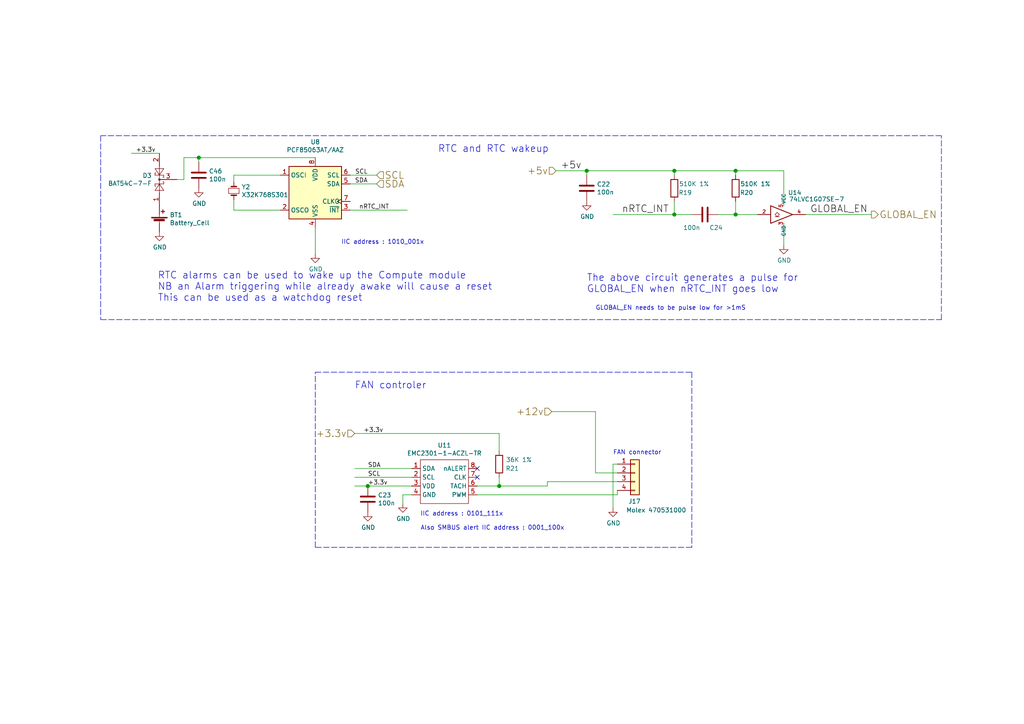
<source format=kicad_sch>
(kicad_sch (version 20211123) (generator eeschema)

  (uuid 55992e35-fe7b-468a-9b7a-1e4dc931b904)

  (paper "A4")

  (title_block
    (title "Compute Module 4 IO Board - RTC - FAN")
    (rev "1")
    (company "(c) Raspberry Pi Trading 2020")
    (comment 1 "www.raspberrypi.org")
  )

  (lib_symbols
    (symbol "CM4IO:74LVC1G07_copy" (in_bom yes) (on_board yes)
      (property "Reference" "U" (id 0) (at -2.54 3.81 0)
        (effects (font (size 1.27 1.27)))
      )
      (property "Value" "74LVC1G07_copy" (id 1) (at 0 -3.81 0)
        (effects (font (size 1.27 1.27)))
      )
      (property "Footprint" "Package_TO_SOT_SMD:SOT-353_SC-70-5" (id 2) (at 0 0 0)
        (effects (font (size 1.27 1.27)) hide)
      )
      (property "Datasheet" "http://www.ti.com/lit/sg/scyt129e/scyt129e.pdf" (id 3) (at 0 0 0)
        (effects (font (size 1.27 1.27)) hide)
      )
      (property "ki_keywords" "Single Gate Buff LVC CMOS Open Drain" (id 4) (at 0 0 0)
        (effects (font (size 1.27 1.27)) hide)
      )
      (property "ki_description" "Single Buffer Gate w/ Open Drain, Low-Voltage CMOS" (id 5) (at 0 0 0)
        (effects (font (size 1.27 1.27)) hide)
      )
      (property "ki_fp_filters" "SOT* SG-*" (id 6) (at 0 0 0)
        (effects (font (size 1.27 1.27)) hide)
      )
      (symbol "74LVC1G07_copy_0_1"
        (polyline
          (pts
            (xy -2.54 -0.635)
            (xy -1.27 -0.635)
          )
          (stroke (width 0) (type default) (color 0 0 0 0))
          (fill (type none))
        )
        (polyline
          (pts
            (xy -3.81 2.54)
            (xy -3.81 -2.54)
            (xy 2.54 0)
            (xy -3.81 2.54)
          )
          (stroke (width 0.254) (type default) (color 0 0 0 0))
          (fill (type none))
        )
        (polyline
          (pts
            (xy -1.905 0.635)
            (xy -2.54 0)
            (xy -1.905 -0.635)
            (xy -1.27 0)
            (xy -1.905 0.635)
          )
          (stroke (width 0) (type default) (color 0 0 0 0))
          (fill (type none))
        )
      )
      (symbol "74LVC1G07_copy_1_1"
        (pin input line (at -7.62 0 0) (length 3.81)
          (name "~" (effects (font (size 1.016 1.016))))
          (number "2" (effects (font (size 1.016 1.016))))
        )
        (pin power_in line (at 0 -2.54 270) (length 0)
          (name "GND" (effects (font (size 1.016 1.016))))
          (number "3" (effects (font (size 1.016 1.016))))
        )
        (pin open_collector line (at 6.35 0 180) (length 3.81)
          (name "~" (effects (font (size 1.016 1.016))))
          (number "4" (effects (font (size 1.016 1.016))))
        )
        (pin power_in line (at 0 2.54 90) (length 0)
          (name "VCC" (effects (font (size 1.016 1.016))))
          (number "5" (effects (font (size 1.016 1.016))))
        )
      )
    )
    (symbol "CM4IO:EMC2301" (in_bom yes) (on_board yes)
      (property "Reference" "U" (id 0) (at -7.62 13.97 0)
        (effects (font (size 1.27 1.27)))
      )
      (property "Value" "EMC2301" (id 1) (at -1.27 -1.27 0)
        (effects (font (size 1.27 1.27)))
      )
      (property "Footprint" "" (id 2) (at 0 0 0)
        (effects (font (size 1.27 1.27)) hide)
      )
      (property "Datasheet" "" (id 3) (at 0 0 0)
        (effects (font (size 1.27 1.27)) hide)
      )
      (symbol "EMC2301_0_0"
        (pin open_collector line (at -11.43 10.16 0) (length 2.54)
          (name "SDA" (effects (font (size 1.27 1.27))))
          (number "1" (effects (font (size 1.27 1.27))))
        )
        (pin open_collector line (at -11.43 7.62 0) (length 2.54)
          (name "SCL" (effects (font (size 1.27 1.27))))
          (number "2" (effects (font (size 1.27 1.27))))
        )
        (pin power_in line (at -11.43 5.08 0) (length 2.54)
          (name "VDD" (effects (font (size 1.27 1.27))))
          (number "3" (effects (font (size 1.27 1.27))))
        )
        (pin power_in line (at -11.43 2.54 0) (length 2.54)
          (name "GND" (effects (font (size 1.27 1.27))))
          (number "4" (effects (font (size 1.27 1.27))))
        )
        (pin output line (at 7.62 2.54 180) (length 2.54)
          (name "PWM" (effects (font (size 1.27 1.27))))
          (number "5" (effects (font (size 1.27 1.27))))
        )
        (pin input line (at 7.62 5.08 180) (length 2.54)
          (name "TACH" (effects (font (size 1.27 1.27))))
          (number "6" (effects (font (size 1.27 1.27))))
        )
        (pin input line (at 7.62 7.62 180) (length 2.54)
          (name "CLK" (effects (font (size 1.27 1.27))))
          (number "7" (effects (font (size 1.27 1.27))))
        )
        (pin open_collector line (at 7.62 10.16 180) (length 2.54)
          (name "nALERT" (effects (font (size 1.27 1.27))))
          (number "8" (effects (font (size 1.27 1.27))))
        )
      )
      (symbol "EMC2301_0_1"
        (rectangle (start -8.89 12.7) (end 5.08 0)
          (stroke (width 0) (type default) (color 0 0 0 0))
          (fill (type none))
        )
      )
    )
    (symbol "Connector_Generic:Conn_01x04" (pin_names hide) (in_bom yes) (on_board yes)
      (property "Reference" "J" (id 0) (at 0 5.08 0)
        (effects (font (size 1.27 1.27)))
      )
      (property "Value" "Conn_01x04" (id 1) (at 0 -7.62 0)
        (effects (font (size 1.27 1.27)))
      )
      (property "Footprint" "" (id 2) (at 0 0 0)
        (effects (font (size 1.27 1.27)) hide)
      )
      (property "Datasheet" "~" (id 3) (at 0 0 0)
        (effects (font (size 1.27 1.27)) hide)
      )
      (property "ki_keywords" "connector" (id 4) (at 0 0 0)
        (effects (font (size 1.27 1.27)) hide)
      )
      (property "ki_description" "Generic connector, single row, 01x04, script generated (kicad-library-utils/schlib/autogen/connector/)" (id 5) (at 0 0 0)
        (effects (font (size 1.27 1.27)) hide)
      )
      (property "ki_fp_filters" "Connector*:*_1x??_*" (id 6) (at 0 0 0)
        (effects (font (size 1.27 1.27)) hide)
      )
      (symbol "Conn_01x04_1_1"
        (rectangle (start -1.27 -4.953) (end 0 -5.207)
          (stroke (width 0) (type default) (color 0 0 0 0))
          (fill (type none))
        )
        (rectangle (start -1.27 -2.413) (end 0 -2.667)
          (stroke (width 0) (type default) (color 0 0 0 0))
          (fill (type none))
        )
        (rectangle (start -1.27 0.127) (end 0 -0.127)
          (stroke (width 0) (type default) (color 0 0 0 0))
          (fill (type none))
        )
        (rectangle (start -1.27 2.667) (end 0 2.413)
          (stroke (width 0) (type default) (color 0 0 0 0))
          (fill (type none))
        )
        (rectangle (start -1.27 3.81) (end 1.27 -6.35)
          (stroke (width 0.254) (type default) (color 0 0 0 0))
          (fill (type background))
        )
        (pin passive line (at -5.08 2.54 0) (length 3.81)
          (name "Pin_1" (effects (font (size 1.27 1.27))))
          (number "1" (effects (font (size 1.27 1.27))))
        )
        (pin passive line (at -5.08 0 0) (length 3.81)
          (name "Pin_2" (effects (font (size 1.27 1.27))))
          (number "2" (effects (font (size 1.27 1.27))))
        )
        (pin passive line (at -5.08 -2.54 0) (length 3.81)
          (name "Pin_3" (effects (font (size 1.27 1.27))))
          (number "3" (effects (font (size 1.27 1.27))))
        )
        (pin passive line (at -5.08 -5.08 0) (length 3.81)
          (name "Pin_4" (effects (font (size 1.27 1.27))))
          (number "4" (effects (font (size 1.27 1.27))))
        )
      )
    )
    (symbol "Device:Battery_Cell" (pin_numbers hide) (pin_names (offset 0) hide) (in_bom yes) (on_board yes)
      (property "Reference" "BT" (id 0) (at 2.54 2.54 0)
        (effects (font (size 1.27 1.27)) (justify left))
      )
      (property "Value" "Battery_Cell" (id 1) (at 2.54 0 0)
        (effects (font (size 1.27 1.27)) (justify left))
      )
      (property "Footprint" "" (id 2) (at 0 1.524 90)
        (effects (font (size 1.27 1.27)) hide)
      )
      (property "Datasheet" "~" (id 3) (at 0 1.524 90)
        (effects (font (size 1.27 1.27)) hide)
      )
      (property "ki_keywords" "battery cell" (id 4) (at 0 0 0)
        (effects (font (size 1.27 1.27)) hide)
      )
      (property "ki_description" "Single-cell battery" (id 5) (at 0 0 0)
        (effects (font (size 1.27 1.27)) hide)
      )
      (symbol "Battery_Cell_0_1"
        (rectangle (start -2.286 1.778) (end 2.286 1.524)
          (stroke (width 0) (type default) (color 0 0 0 0))
          (fill (type outline))
        )
        (rectangle (start -1.5748 1.1938) (end 1.4732 0.6858)
          (stroke (width 0) (type default) (color 0 0 0 0))
          (fill (type outline))
        )
        (polyline
          (pts
            (xy 0 0.762)
            (xy 0 0)
          )
          (stroke (width 0) (type default) (color 0 0 0 0))
          (fill (type none))
        )
        (polyline
          (pts
            (xy 0 1.778)
            (xy 0 2.54)
          )
          (stroke (width 0) (type default) (color 0 0 0 0))
          (fill (type none))
        )
        (polyline
          (pts
            (xy 0.508 3.429)
            (xy 1.524 3.429)
          )
          (stroke (width 0.254) (type default) (color 0 0 0 0))
          (fill (type none))
        )
        (polyline
          (pts
            (xy 1.016 3.937)
            (xy 1.016 2.921)
          )
          (stroke (width 0.254) (type default) (color 0 0 0 0))
          (fill (type none))
        )
      )
      (symbol "Battery_Cell_1_1"
        (pin passive line (at 0 5.08 270) (length 2.54)
          (name "+" (effects (font (size 1.27 1.27))))
          (number "1" (effects (font (size 1.27 1.27))))
        )
        (pin passive line (at 0 -2.54 90) (length 2.54)
          (name "-" (effects (font (size 1.27 1.27))))
          (number "2" (effects (font (size 1.27 1.27))))
        )
      )
    )
    (symbol "Device:C" (pin_numbers hide) (pin_names (offset 0.254)) (in_bom yes) (on_board yes)
      (property "Reference" "C" (id 0) (at 0.635 2.54 0)
        (effects (font (size 1.27 1.27)) (justify left))
      )
      (property "Value" "C" (id 1) (at 0.635 -2.54 0)
        (effects (font (size 1.27 1.27)) (justify left))
      )
      (property "Footprint" "" (id 2) (at 0.9652 -3.81 0)
        (effects (font (size 1.27 1.27)) hide)
      )
      (property "Datasheet" "~" (id 3) (at 0 0 0)
        (effects (font (size 1.27 1.27)) hide)
      )
      (property "ki_keywords" "cap capacitor" (id 4) (at 0 0 0)
        (effects (font (size 1.27 1.27)) hide)
      )
      (property "ki_description" "Unpolarized capacitor" (id 5) (at 0 0 0)
        (effects (font (size 1.27 1.27)) hide)
      )
      (property "ki_fp_filters" "C_*" (id 6) (at 0 0 0)
        (effects (font (size 1.27 1.27)) hide)
      )
      (symbol "C_0_1"
        (polyline
          (pts
            (xy -2.032 -0.762)
            (xy 2.032 -0.762)
          )
          (stroke (width 0.508) (type default) (color 0 0 0 0))
          (fill (type none))
        )
        (polyline
          (pts
            (xy -2.032 0.762)
            (xy 2.032 0.762)
          )
          (stroke (width 0.508) (type default) (color 0 0 0 0))
          (fill (type none))
        )
      )
      (symbol "C_1_1"
        (pin passive line (at 0 3.81 270) (length 2.794)
          (name "~" (effects (font (size 1.27 1.27))))
          (number "1" (effects (font (size 1.27 1.27))))
        )
        (pin passive line (at 0 -3.81 90) (length 2.794)
          (name "~" (effects (font (size 1.27 1.27))))
          (number "2" (effects (font (size 1.27 1.27))))
        )
      )
    )
    (symbol "Device:Crystal_Small" (pin_numbers hide) (pin_names hide) (in_bom yes) (on_board yes)
      (property "Reference" "Y" (id 0) (at 0 2.54 0)
        (effects (font (size 1.27 1.27)))
      )
      (property "Value" "Crystal_Small" (id 1) (at 0 -2.54 0)
        (effects (font (size 1.27 1.27)))
      )
      (property "Footprint" "" (id 2) (at 0 0 0)
        (effects (font (size 1.27 1.27)) hide)
      )
      (property "Datasheet" "~" (id 3) (at 0 0 0)
        (effects (font (size 1.27 1.27)) hide)
      )
      (property "ki_keywords" "quartz ceramic resonator oscillator" (id 4) (at 0 0 0)
        (effects (font (size 1.27 1.27)) hide)
      )
      (property "ki_description" "Two pin crystal, small symbol" (id 5) (at 0 0 0)
        (effects (font (size 1.27 1.27)) hide)
      )
      (property "ki_fp_filters" "Crystal*" (id 6) (at 0 0 0)
        (effects (font (size 1.27 1.27)) hide)
      )
      (symbol "Crystal_Small_0_1"
        (rectangle (start -0.762 -1.524) (end 0.762 1.524)
          (stroke (width 0) (type default) (color 0 0 0 0))
          (fill (type none))
        )
        (polyline
          (pts
            (xy -1.27 -0.762)
            (xy -1.27 0.762)
          )
          (stroke (width 0.381) (type default) (color 0 0 0 0))
          (fill (type none))
        )
        (polyline
          (pts
            (xy 1.27 -0.762)
            (xy 1.27 0.762)
          )
          (stroke (width 0.381) (type default) (color 0 0 0 0))
          (fill (type none))
        )
      )
      (symbol "Crystal_Small_1_1"
        (pin passive line (at -2.54 0 0) (length 1.27)
          (name "1" (effects (font (size 1.27 1.27))))
          (number "1" (effects (font (size 1.27 1.27))))
        )
        (pin passive line (at 2.54 0 180) (length 1.27)
          (name "2" (effects (font (size 1.27 1.27))))
          (number "2" (effects (font (size 1.27 1.27))))
        )
      )
    )
    (symbol "Device:R" (pin_numbers hide) (pin_names (offset 0)) (in_bom yes) (on_board yes)
      (property "Reference" "R" (id 0) (at 2.032 0 90)
        (effects (font (size 1.27 1.27)))
      )
      (property "Value" "R" (id 1) (at 0 0 90)
        (effects (font (size 1.27 1.27)))
      )
      (property "Footprint" "" (id 2) (at -1.778 0 90)
        (effects (font (size 1.27 1.27)) hide)
      )
      (property "Datasheet" "~" (id 3) (at 0 0 0)
        (effects (font (size 1.27 1.27)) hide)
      )
      (property "ki_keywords" "R res resistor" (id 4) (at 0 0 0)
        (effects (font (size 1.27 1.27)) hide)
      )
      (property "ki_description" "Resistor" (id 5) (at 0 0 0)
        (effects (font (size 1.27 1.27)) hide)
      )
      (property "ki_fp_filters" "R_*" (id 6) (at 0 0 0)
        (effects (font (size 1.27 1.27)) hide)
      )
      (symbol "R_0_1"
        (rectangle (start -1.016 -2.54) (end 1.016 2.54)
          (stroke (width 0.254) (type default) (color 0 0 0 0))
          (fill (type none))
        )
      )
      (symbol "R_1_1"
        (pin passive line (at 0 3.81 270) (length 1.27)
          (name "~" (effects (font (size 1.27 1.27))))
          (number "1" (effects (font (size 1.27 1.27))))
        )
        (pin passive line (at 0 -3.81 90) (length 1.27)
          (name "~" (effects (font (size 1.27 1.27))))
          (number "2" (effects (font (size 1.27 1.27))))
        )
      )
    )
    (symbol "Diode:BAT54C" (in_bom yes) (on_board yes)
      (property "Reference" "D" (id 0) (at 0.635 -3.81 0)
        (effects (font (size 1.27 1.27)) (justify left))
      )
      (property "Value" "BAT54C" (id 1) (at -6.35 3.175 0)
        (effects (font (size 1.27 1.27)) (justify left))
      )
      (property "Footprint" "Package_TO_SOT_SMD:SOT-23" (id 2) (at 1.905 3.175 0)
        (effects (font (size 1.27 1.27)) (justify left) hide)
      )
      (property "Datasheet" "http://www.diodes.com/_files/datasheets/ds11005.pdf" (id 3) (at -2.032 0 0)
        (effects (font (size 1.27 1.27)) hide)
      )
      (property "ki_keywords" "schottky diode common cathode" (id 4) (at 0 0 0)
        (effects (font (size 1.27 1.27)) hide)
      )
      (property "ki_description" "dual schottky barrier diode, common cathode" (id 5) (at 0 0 0)
        (effects (font (size 1.27 1.27)) hide)
      )
      (property "ki_fp_filters" "SOT?23*" (id 6) (at 0 0 0)
        (effects (font (size 1.27 1.27)) hide)
      )
      (symbol "BAT54C_0_1"
        (polyline
          (pts
            (xy -1.905 0)
            (xy 1.905 0)
          )
          (stroke (width 0) (type default) (color 0 0 0 0))
          (fill (type none))
        )
        (polyline
          (pts
            (xy -1.905 1.27)
            (xy -1.905 1.016)
          )
          (stroke (width 0) (type default) (color 0 0 0 0))
          (fill (type none))
        )
        (polyline
          (pts
            (xy -1.27 -1.27)
            (xy -0.635 -1.27)
          )
          (stroke (width 0) (type default) (color 0 0 0 0))
          (fill (type none))
        )
        (polyline
          (pts
            (xy -1.27 0)
            (xy -3.81 0)
          )
          (stroke (width 0) (type default) (color 0 0 0 0))
          (fill (type none))
        )
        (polyline
          (pts
            (xy -1.27 1.27)
            (xy -1.905 1.27)
          )
          (stroke (width 0) (type default) (color 0 0 0 0))
          (fill (type none))
        )
        (polyline
          (pts
            (xy -1.27 1.27)
            (xy -1.27 -1.27)
          )
          (stroke (width 0) (type default) (color 0 0 0 0))
          (fill (type none))
        )
        (polyline
          (pts
            (xy -0.635 -1.27)
            (xy -0.635 -1.016)
          )
          (stroke (width 0) (type default) (color 0 0 0 0))
          (fill (type none))
        )
        (polyline
          (pts
            (xy 0.635 -1.27)
            (xy 0.635 -1.016)
          )
          (stroke (width 0) (type default) (color 0 0 0 0))
          (fill (type none))
        )
        (polyline
          (pts
            (xy 1.27 -1.27)
            (xy 0.635 -1.27)
          )
          (stroke (width 0) (type default) (color 0 0 0 0))
          (fill (type none))
        )
        (polyline
          (pts
            (xy 1.27 1.27)
            (xy 1.27 -1.27)
          )
          (stroke (width 0) (type default) (color 0 0 0 0))
          (fill (type none))
        )
        (polyline
          (pts
            (xy 1.27 1.27)
            (xy 1.905 1.27)
          )
          (stroke (width 0) (type default) (color 0 0 0 0))
          (fill (type none))
        )
        (polyline
          (pts
            (xy 1.905 1.27)
            (xy 1.905 1.016)
          )
          (stroke (width 0) (type default) (color 0 0 0 0))
          (fill (type none))
        )
        (polyline
          (pts
            (xy 3.81 0)
            (xy 1.27 0)
          )
          (stroke (width 0) (type default) (color 0 0 0 0))
          (fill (type none))
        )
        (polyline
          (pts
            (xy -3.175 -1.27)
            (xy -3.175 1.27)
            (xy -1.27 0)
            (xy -3.175 -1.27)
          )
          (stroke (width 0) (type default) (color 0 0 0 0))
          (fill (type none))
        )
        (polyline
          (pts
            (xy 3.175 -1.27)
            (xy 3.175 1.27)
            (xy 1.27 0)
            (xy 3.175 -1.27)
          )
          (stroke (width 0) (type default) (color 0 0 0 0))
          (fill (type none))
        )
        (circle (center 0 0) (radius 0.254)
          (stroke (width 0) (type default) (color 0 0 0 0))
          (fill (type outline))
        )
      )
      (symbol "BAT54C_1_1"
        (pin passive line (at -7.62 0 0) (length 3.81)
          (name "~" (effects (font (size 1.27 1.27))))
          (number "1" (effects (font (size 1.27 1.27))))
        )
        (pin passive line (at 7.62 0 180) (length 3.81)
          (name "~" (effects (font (size 1.27 1.27))))
          (number "2" (effects (font (size 1.27 1.27))))
        )
        (pin passive line (at 0 -5.08 90) (length 5.08)
          (name "~" (effects (font (size 1.27 1.27))))
          (number "3" (effects (font (size 1.27 1.27))))
        )
      )
    )
    (symbol "Timer_RTC:PCF8563T" (in_bom yes) (on_board yes)
      (property "Reference" "U" (id 0) (at -7.62 8.89 0)
        (effects (font (size 1.27 1.27)) (justify left))
      )
      (property "Value" "PCF8563T" (id 1) (at 2.54 8.89 0)
        (effects (font (size 1.27 1.27)) (justify left))
      )
      (property "Footprint" "Package_SO:SOIC-8_3.9x4.9mm_P1.27mm" (id 2) (at 0 0 0)
        (effects (font (size 1.27 1.27)) hide)
      )
      (property "Datasheet" "https://assets.nexperia.com/documents/data-sheet/PCF8563.pdf" (id 3) (at 0 0 0)
        (effects (font (size 1.27 1.27)) hide)
      )
      (property "ki_keywords" "I2C RTC Clock Calendar" (id 4) (at 0 0 0)
        (effects (font (size 1.27 1.27)) hide)
      )
      (property "ki_description" "Realtime Clock/Calendar I2C Interface, SOIC-8" (id 5) (at 0 0 0)
        (effects (font (size 1.27 1.27)) hide)
      )
      (property "ki_fp_filters" "SOIC*3.9x4.9mm*P1.27mm*" (id 6) (at 0 0 0)
        (effects (font (size 1.27 1.27)) hide)
      )
      (symbol "PCF8563T_0_1"
        (rectangle (start -7.62 7.62) (end 7.62 -7.62)
          (stroke (width 0.254) (type default) (color 0 0 0 0))
          (fill (type background))
        )
      )
      (symbol "PCF8563T_1_1"
        (pin input line (at -10.16 5.08 0) (length 2.54)
          (name "OSCI" (effects (font (size 1.27 1.27))))
          (number "1" (effects (font (size 1.27 1.27))))
        )
        (pin output line (at -10.16 -5.08 0) (length 2.54)
          (name "OSCO" (effects (font (size 1.27 1.27))))
          (number "2" (effects (font (size 1.27 1.27))))
        )
        (pin output line (at 10.16 -5.08 180) (length 2.54)
          (name "~{INT}" (effects (font (size 1.27 1.27))))
          (number "3" (effects (font (size 1.27 1.27))))
        )
        (pin power_in line (at 0 -10.16 90) (length 2.54)
          (name "VSS" (effects (font (size 1.27 1.27))))
          (number "4" (effects (font (size 1.27 1.27))))
        )
        (pin bidirectional line (at 10.16 2.54 180) (length 2.54)
          (name "SDA" (effects (font (size 1.27 1.27))))
          (number "5" (effects (font (size 1.27 1.27))))
        )
        (pin input line (at 10.16 5.08 180) (length 2.54)
          (name "SCL" (effects (font (size 1.27 1.27))))
          (number "6" (effects (font (size 1.27 1.27))))
        )
        (pin output clock (at 10.16 -2.54 180) (length 2.54)
          (name "CLKO" (effects (font (size 1.27 1.27))))
          (number "7" (effects (font (size 1.27 1.27))))
        )
        (pin power_in line (at 0 10.16 270) (length 2.54)
          (name "VDD" (effects (font (size 1.27 1.27))))
          (number "8" (effects (font (size 1.27 1.27))))
        )
      )
    )
    (symbol "power:GND" (power) (pin_names (offset 0)) (in_bom yes) (on_board yes)
      (property "Reference" "#PWR" (id 0) (at 0 -6.35 0)
        (effects (font (size 1.27 1.27)) hide)
      )
      (property "Value" "GND" (id 1) (at 0 -3.81 0)
        (effects (font (size 1.27 1.27)))
      )
      (property "Footprint" "" (id 2) (at 0 0 0)
        (effects (font (size 1.27 1.27)) hide)
      )
      (property "Datasheet" "" (id 3) (at 0 0 0)
        (effects (font (size 1.27 1.27)) hide)
      )
      (property "ki_keywords" "power-flag" (id 4) (at 0 0 0)
        (effects (font (size 1.27 1.27)) hide)
      )
      (property "ki_description" "Power symbol creates a global label with name \"GND\" , ground" (id 5) (at 0 0 0)
        (effects (font (size 1.27 1.27)) hide)
      )
      (symbol "GND_0_1"
        (polyline
          (pts
            (xy 0 0)
            (xy 0 -1.27)
            (xy 1.27 -1.27)
            (xy 0 -2.54)
            (xy -1.27 -1.27)
            (xy 0 -1.27)
          )
          (stroke (width 0) (type default) (color 0 0 0 0))
          (fill (type none))
        )
      )
      (symbol "GND_1_1"
        (pin power_in line (at 0 0 270) (length 0) hide
          (name "GND" (effects (font (size 1.27 1.27))))
          (number "1" (effects (font (size 1.27 1.27))))
        )
      )
    )
  )

  (junction (at 170.18 49.53) (diameter 1.016) (color 0 0 0 0)
    (uuid 08a7c925-7fae-4530-b0c9-120e185cb318)
  )
  (junction (at 213.36 62.23) (diameter 1.016) (color 0 0 0 0)
    (uuid 240e07e1-770b-4b27-894f-29fd601c924d)
  )
  (junction (at 195.58 49.53) (diameter 1.016) (color 0 0 0 0)
    (uuid 4a4ec8d9-3d72-4952-83d4-808f65849a2b)
  )
  (junction (at 106.68 140.97) (diameter 1.016) (color 0 0 0 0)
    (uuid 5528bcad-2950-4673-90eb-c37e6952c475)
  )
  (junction (at 57.658 45.72) (diameter 1.016) (color 0 0 0 0)
    (uuid 7bbf981c-a063-4e30-8911-e4228e1c0743)
  )
  (junction (at 144.78 140.97) (diameter 1.016) (color 0 0 0 0)
    (uuid 7edc9030-db7b-43ac-a1b3-b87eeacb4c2d)
  )
  (junction (at 195.58 62.23) (diameter 1.016) (color 0 0 0 0)
    (uuid cbd8faed-e1f8-4406-87c8-58b2c504a5d4)
  )
  (junction (at 213.36 49.53) (diameter 1.016) (color 0 0 0 0)
    (uuid f2c93195-af12-4d3e-acdf-bdd0ff675c24)
  )

  (no_connect (at 138.43 138.43) (uuid 003c2200-0632-4808-a662-8ddd5d30c768))
  (no_connect (at 138.43 135.89) (uuid ee27d19c-8dca-4ac8-a760-6dfd54d28071))

  (wire (pts (xy 81.28 60.96) (xy 67.818 60.96))
    (stroke (width 0) (type solid) (color 0 0 0 0))
    (uuid 0217dfc4-fc13-4699-99ad-d9948522648e)
  )
  (wire (pts (xy 227.33 49.53) (xy 227.33 59.69))
    (stroke (width 0) (type solid) (color 0 0 0 0))
    (uuid 03caada9-9e22-4e2d-9035-b15433dfbb17)
  )
  (wire (pts (xy 233.68 62.23) (xy 252.73 62.23))
    (stroke (width 0) (type solid) (color 0 0 0 0))
    (uuid 0ff508fd-18da-4ab7-9844-3c8a28c2587e)
  )
  (wire (pts (xy 144.78 125.73) (xy 144.78 130.81))
    (stroke (width 0) (type solid) (color 0 0 0 0))
    (uuid 12422a89-3d0c-485c-9386-f77121fd68fd)
  )
  (polyline (pts (xy 91.44 107.95) (xy 200.66 107.95))
    (stroke (width 0) (type dash) (color 0 0 0 0))
    (uuid 13c0ff76-ed71-4cd9-abb0-92c376825d5d)
  )

  (wire (pts (xy 138.43 140.97) (xy 144.78 140.97))
    (stroke (width 0) (type solid) (color 0 0 0 0))
    (uuid 1a6d2848-e78e-49fe-8978-e1890f07836f)
  )
  (wire (pts (xy 102.87 125.73) (xy 144.78 125.73))
    (stroke (width 0) (type solid) (color 0 0 0 0))
    (uuid 1d9cdadc-9036-4a95-b6db-fa7b3b74c869)
  )
  (wire (pts (xy 179.07 139.7) (xy 158.75 139.7))
    (stroke (width 0) (type solid) (color 0 0 0 0))
    (uuid 1e8701fc-ad24-40ea-846a-e3db538d6077)
  )
  (wire (pts (xy 227.33 64.77) (xy 227.33 71.12))
    (stroke (width 0) (type solid) (color 0 0 0 0))
    (uuid 1f3003e6-dce5-420f-906b-3f1e92b67249)
  )
  (wire (pts (xy 109.22 50.8) (xy 101.6 50.8))
    (stroke (width 0) (type solid) (color 0 0 0 0))
    (uuid 24f7628d-681d-4f0e-8409-40a129e929d9)
  )
  (wire (pts (xy 179.07 137.16) (xy 172.72 137.16))
    (stroke (width 0) (type solid) (color 0 0 0 0))
    (uuid 25d545dc-8f50-4573-922c-35ef5a2a3a19)
  )
  (wire (pts (xy 67.818 50.8) (xy 67.818 52.832))
    (stroke (width 0) (type solid) (color 0 0 0 0))
    (uuid 2f215f15-3d52-4c91-93e6-3ea03a95622f)
  )
  (polyline (pts (xy 29.21 39.37) (xy 29.21 92.71))
    (stroke (width 0) (type dash) (color 0 0 0 0))
    (uuid 378af8b4-af3d-46e7-89ae-deff12ca9067)
  )

  (wire (pts (xy 106.68 140.97) (xy 102.87 140.97))
    (stroke (width 0) (type solid) (color 0 0 0 0))
    (uuid 3a7648d8-121a-4921-9b92-9b35b76ce39b)
  )
  (wire (pts (xy 109.22 53.34) (xy 101.6 53.34))
    (stroke (width 0) (type solid) (color 0 0 0 0))
    (uuid 3e903008-0276-4a73-8edb-5d9dfde6297c)
  )
  (wire (pts (xy 144.78 140.97) (xy 158.75 140.97))
    (stroke (width 0) (type solid) (color 0 0 0 0))
    (uuid 40165eda-4ba6-4565-9bb4-b9df6dbb08da)
  )
  (wire (pts (xy 195.58 62.23) (xy 195.58 58.42))
    (stroke (width 0) (type solid) (color 0 0 0 0))
    (uuid 40976bf0-19de-460f-ad64-224d4f51e16b)
  )
  (wire (pts (xy 119.38 140.97) (xy 106.68 140.97))
    (stroke (width 0) (type solid) (color 0 0 0 0))
    (uuid 45008225-f50f-4d6b-b508-6730a9408caf)
  )
  (wire (pts (xy 161.29 49.53) (xy 170.18 49.53))
    (stroke (width 0) (type solid) (color 0 0 0 0))
    (uuid 4780a290-d25c-4459-9579-eba3f7678762)
  )
  (wire (pts (xy 57.658 45.72) (xy 91.44 45.72))
    (stroke (width 0) (type solid) (color 0 0 0 0))
    (uuid 61fe293f-6808-4b7f-9340-9aaac7054a97)
  )
  (wire (pts (xy 213.36 62.23) (xy 213.36 58.42))
    (stroke (width 0) (type solid) (color 0 0 0 0))
    (uuid 639c0e59-e95c-4114-bccd-2e7277505454)
  )
  (wire (pts (xy 53.34 52.07) (xy 53.34 45.72))
    (stroke (width 0) (type solid) (color 0 0 0 0))
    (uuid 63ff1c93-3f96-4c33-b498-5dd8c33bccc0)
  )
  (wire (pts (xy 119.38 135.89) (xy 102.87 135.89))
    (stroke (width 0) (type solid) (color 0 0 0 0))
    (uuid 6475547d-3216-45a4-a15c-48314f1dd0f9)
  )
  (polyline (pts (xy 273.05 92.71) (xy 273.05 39.37))
    (stroke (width 0) (type dash) (color 0 0 0 0))
    (uuid 68877d35-b796-44db-9124-b8e744e7412e)
  )

  (wire (pts (xy 101.6 60.96) (xy 118.11 60.96))
    (stroke (width 0) (type solid) (color 0 0 0 0))
    (uuid 6bfe5804-2ef9-4c65-b2a7-f01e4014370a)
  )
  (wire (pts (xy 116.84 143.51) (xy 116.84 146.05))
    (stroke (width 0) (type solid) (color 0 0 0 0))
    (uuid 75ffc65c-7132-4411-9f2a-ae0c73d79338)
  )
  (wire (pts (xy 138.43 143.51) (xy 179.07 143.51))
    (stroke (width 0) (type solid) (color 0 0 0 0))
    (uuid 7d34f6b1-ab31-49be-b011-c67fe67a8a56)
  )
  (wire (pts (xy 158.75 139.7) (xy 158.75 140.97))
    (stroke (width 0) (type solid) (color 0 0 0 0))
    (uuid 7e023245-2c2b-4e2b-bfb9-5d35176e88f2)
  )
  (polyline (pts (xy 200.66 107.95) (xy 200.66 158.75))
    (stroke (width 0) (type dash) (color 0 0 0 0))
    (uuid 8412992d-8754-44de-9e08-115cec1a3eff)
  )

  (wire (pts (xy 195.58 49.53) (xy 213.36 49.53))
    (stroke (width 0) (type solid) (color 0 0 0 0))
    (uuid 8c514922-ffe1-4e37-a260-e807409f2e0d)
  )
  (wire (pts (xy 119.38 138.43) (xy 102.87 138.43))
    (stroke (width 0) (type solid) (color 0 0 0 0))
    (uuid 8c6a821f-8e19-48f3-8f44-9b340f7689bc)
  )
  (wire (pts (xy 213.36 62.23) (xy 219.71 62.23))
    (stroke (width 0) (type solid) (color 0 0 0 0))
    (uuid 8ca3e20d-bcc7-4c5e-9deb-562dfed9fecb)
  )
  (wire (pts (xy 67.818 50.8) (xy 81.28 50.8))
    (stroke (width 0) (type solid) (color 0 0 0 0))
    (uuid 8da933a9-35f8-42e6-8504-d1bab7264306)
  )
  (wire (pts (xy 144.78 140.97) (xy 144.78 138.43))
    (stroke (width 0) (type solid) (color 0 0 0 0))
    (uuid 8e06ba1f-e3ba-4eb9-a10e-887dffd566d6)
  )
  (wire (pts (xy 38.1 44.45) (xy 46.228 44.45))
    (stroke (width 0) (type solid) (color 0 0 0 0))
    (uuid 9b0a1687-7e1b-4a04-a30b-c27a072a2949)
  )
  (wire (pts (xy 53.34 45.72) (xy 57.658 45.72))
    (stroke (width 0) (type solid) (color 0 0 0 0))
    (uuid 9e1b837f-0d34-4a18-9644-9ee68f141f46)
  )
  (wire (pts (xy 213.36 49.53) (xy 213.36 50.8))
    (stroke (width 0) (type solid) (color 0 0 0 0))
    (uuid a15a7506-eae4-4933-84da-9ad754258706)
  )
  (polyline (pts (xy 29.21 92.71) (xy 273.05 92.71))
    (stroke (width 0) (type dash) (color 0 0 0 0))
    (uuid a27eb049-c992-4f11-a026-1e6a8d9d0160)
  )

  (wire (pts (xy 119.38 143.51) (xy 116.84 143.51))
    (stroke (width 0) (type solid) (color 0 0 0 0))
    (uuid a544eb0a-75db-4baf-bf54-9ca21744343b)
  )
  (wire (pts (xy 177.8 62.23) (xy 195.58 62.23))
    (stroke (width 0) (type solid) (color 0 0 0 0))
    (uuid aca4de92-9c41-4c2b-9afa-540d02dafa1c)
  )
  (wire (pts (xy 57.658 45.72) (xy 57.658 47.0154))
    (stroke (width 0) (type solid) (color 0 0 0 0))
    (uuid b88717bd-086f-46cd-9d3f-0396009d0996)
  )
  (wire (pts (xy 170.18 50.8) (xy 170.18 49.53))
    (stroke (width 0) (type solid) (color 0 0 0 0))
    (uuid babeabf2-f3b0-4ed5-8d9e-0215947e6cf3)
  )
  (wire (pts (xy 67.818 60.96) (xy 67.818 57.912))
    (stroke (width 0) (type solid) (color 0 0 0 0))
    (uuid bd5408e4-362d-4e43-9d39-78fb99eb52c8)
  )
  (wire (pts (xy 51.308 52.07) (xy 53.34 52.07))
    (stroke (width 0) (type solid) (color 0 0 0 0))
    (uuid c01d25cd-f4bb-4ef3-b5ea-533a2a4ddb2b)
  )
  (wire (pts (xy 91.44 66.04) (xy 91.44 73.66))
    (stroke (width 0) (type solid) (color 0 0 0 0))
    (uuid c0eca5ed-bc5e-4618-9bcd-80945bea41ed)
  )
  (wire (pts (xy 195.58 49.53) (xy 195.58 50.8))
    (stroke (width 0) (type solid) (color 0 0 0 0))
    (uuid c25a772d-af9c-4ebc-96f6-0966738c13a8)
  )
  (polyline (pts (xy 273.05 39.37) (xy 29.21 39.37))
    (stroke (width 0) (type dash) (color 0 0 0 0))
    (uuid c332fa55-4168-4f55-88a5-f82c7c21040b)
  )

  (wire (pts (xy 177.8 134.62) (xy 177.8 147.32))
    (stroke (width 0) (type solid) (color 0 0 0 0))
    (uuid c43663ee-9a0d-4f27-a292-89ba89964065)
  )
  (wire (pts (xy 179.07 134.62) (xy 177.8 134.62))
    (stroke (width 0) (type solid) (color 0 0 0 0))
    (uuid c830e3bc-dc64-4f65-8f47-3b106bae2807)
  )
  (wire (pts (xy 208.28 62.23) (xy 213.36 62.23))
    (stroke (width 0) (type solid) (color 0 0 0 0))
    (uuid c8c79177-94d4-43e2-a654-f0a5554fbb68)
  )
  (wire (pts (xy 213.36 49.53) (xy 227.33 49.53))
    (stroke (width 0) (type solid) (color 0 0 0 0))
    (uuid d3c11c8f-a73d-4211-934b-a6da255728ad)
  )
  (wire (pts (xy 179.07 143.51) (xy 179.07 142.24))
    (stroke (width 0) (type solid) (color 0 0 0 0))
    (uuid d5641ac9-9be7-46bf-90b3-6c83d852b5ba)
  )
  (wire (pts (xy 172.72 119.38) (xy 172.72 137.16))
    (stroke (width 0) (type solid) (color 0 0 0 0))
    (uuid d7269d2a-b8c0-422d-8f25-f79ea31bf75e)
  )
  (polyline (pts (xy 200.66 158.75) (xy 91.44 158.75))
    (stroke (width 0) (type dash) (color 0 0 0 0))
    (uuid df32840e-2912-4088-b54c-9a85f64c0265)
  )

  (wire (pts (xy 170.18 49.53) (xy 195.58 49.53))
    (stroke (width 0) (type solid) (color 0 0 0 0))
    (uuid df68c26a-03b5-4466-aecf-ba34b7dce6b7)
  )
  (wire (pts (xy 195.58 62.23) (xy 200.66 62.23))
    (stroke (width 0) (type solid) (color 0 0 0 0))
    (uuid e21aa84b-970e-47cf-b64f-3b55ee0e1b51)
  )
  (wire (pts (xy 172.72 119.38) (xy 160.02 119.38))
    (stroke (width 0) (type solid) (color 0 0 0 0))
    (uuid e8c50f1b-c316-4110-9cce-5c24c65a1eaa)
  )
  (polyline (pts (xy 91.44 158.75) (xy 91.44 107.95))
    (stroke (width 0) (type dash) (color 0 0 0 0))
    (uuid ffd175d1-912a-4224-be1e-a8198680f46b)
  )

  (text "FAN connector\n" (at 177.8 132.08 0)
    (effects (font (size 1.27 1.27)) (justify left bottom))
    (uuid 4fb21471-41be-4be8-9687-66030f97befc)
  )
  (text "IIC address : 0101_111x" (at 121.92 149.86 0)
    (effects (font (size 1.27 1.27)) (justify left bottom))
    (uuid 6d26d68f-1ca7-4ff3-b058-272f1c399047)
  )
  (text "RTC and RTC wakeup" (at 127 44.45 0)
    (effects (font (size 2.0066 2.0066)) (justify left bottom))
    (uuid 70e15522-1572-4451-9c0d-6d36ac70d8c6)
  )
  (text "GLOBAL_EN needs to be pulse low for >1mS" (at 172.72 90.17 0)
    (effects (font (size 1.27 1.27)) (justify left bottom))
    (uuid 7599133e-c681-4202-85d9-c20dac196c64)
  )
  (text "FAN controler" (at 102.87 113.03 0)
    (effects (font (size 2.0066 2.0066)) (justify left bottom))
    (uuid 911bdcbe-493f-4e21-a506-7cbc636e2c17)
  )
  (text "IIC address : 1010_001x" (at 98.9838 71.0438 0)
    (effects (font (size 1.27 1.27)) (justify left bottom))
    (uuid 9f8381e9-3077-4453-a480-a01ad9c1a940)
  )
  (text "RTC alarms can be used to wake up the Compute module\nNB an Alarm triggering while already awake will cause a reset \nThis can be used as a watchdog reset "
    (at 45.72 87.63 0)
    (effects (font (size 2.0066 2.0066)) (justify left bottom))
    (uuid b96fe6ac-3535-4455-ab88-ed77f5e46d6e)
  )
  (text "Also SMBUS alert IIC address : 0001_100x" (at 121.9454 153.9494 0)
    (effects (font (size 1.27 1.27)) (justify left bottom))
    (uuid d3d7e298-1d39-4294-a3ab-c84cc0dc5e5a)
  )
  (text "The above circuit generates a pulse for\nGLOBAL_EN when nRTC_INT goes low"
    (at 170.18 85.09 0)
    (effects (font (size 2.0066 2.0066)) (justify left bottom))
    (uuid dde51ae5-b215-445e-92bb-4a12ec410531)
  )

  (label "nRTC_INT" (at 180.34 62.23 0)
    (effects (font (size 2.0066 2.0066)) (justify left bottom))
    (uuid 01e9b6e7-adf9-4ee7-9447-a588630ee4a2)
  )
  (label "+3.3v" (at 39.37 44.45 0)
    (effects (font (size 1.27 1.27)) (justify left bottom))
    (uuid 0755aee5-bc01-4cb5-b830-583289df50a3)
  )
  (label "SCL" (at 106.68 138.43 0)
    (effects (font (size 1.27 1.27)) (justify left bottom))
    (uuid 16bd6381-8ac0-4bf2-9dce-ecc20c724b8d)
  )
  (label "nRTC_INT" (at 104.14 60.96 0)
    (effects (font (size 1.27 1.27)) (justify left bottom))
    (uuid 4a21e717-d46d-4d9e-8b98-af4ecb02d3ec)
  )
  (label "+5v" (at 162.56 49.53 0)
    (effects (font (size 2.0066 2.0066)) (justify left bottom))
    (uuid 4f66b314-0f62-4fb6-8c3c-f9c6a75cd3ec)
  )
  (label "SCL" (at 106.68 50.8 180)
    (effects (font (size 1.27 1.27)) (justify right bottom))
    (uuid 60dcd1fe-7079-4cb8-b509-04558ccf5097)
  )
  (label "SDA" (at 106.68 135.89 0)
    (effects (font (size 1.27 1.27)) (justify left bottom))
    (uuid 85b7594c-358f-454b-b2ad-dd0b1d67ed76)
  )
  (label "+3.3v" (at 106.68 140.97 0)
    (effects (font (size 1.27 1.27)) (justify left bottom))
    (uuid a5cd8da1-8f7f-4f80-bb23-0317de562222)
  )
  (label "SDA" (at 106.68 53.34 180)
    (effects (font (size 1.27 1.27)) (justify right bottom))
    (uuid c5eb1e4c-ce83-470e-8f32-e20ff1f886a3)
  )
  (label "GLOBAL_EN" (at 234.95 62.23 0)
    (effects (font (size 2.0066 2.0066)) (justify left bottom))
    (uuid ca87f11b-5f48-4b57-8535-68d3ec2fe5a9)
  )
  (label "+3.3v" (at 105.41 125.73 0)
    (effects (font (size 1.27 1.27)) (justify left bottom))
    (uuid ec31c074-17b2-48e1-ab01-071acad3fa04)
  )

  (hierarchical_label "+5v" (shape input) (at 161.29 49.53 180)
    (effects (font (size 2.0066 2.0066)) (justify right))
    (uuid 0c3dceba-7c95-4b3d-b590-0eb581444beb)
  )
  (hierarchical_label "SDA" (shape input) (at 109.22 53.34 0)
    (effects (font (size 2.0066 2.0066)) (justify left))
    (uuid 730b670c-9bcf-4dcd-9a8d-fcaa61fb0955)
  )
  (hierarchical_label "+3.3v" (shape input) (at 102.87 125.73 180)
    (effects (font (size 2.0066 2.0066)) (justify right))
    (uuid 7d928d56-093a-4ca8-aed1-414b7e703b45)
  )
  (hierarchical_label "SCL" (shape input) (at 109.22 50.8 0)
    (effects (font (size 2.0066 2.0066)) (justify left))
    (uuid 8a650ebf-3f78-4ca4-a26b-a5028693e36d)
  )
  (hierarchical_label "GLOBAL_EN" (shape output) (at 252.73 62.23 0)
    (effects (font (size 2.0066 2.0066)) (justify left))
    (uuid 965308c8-e014-459a-b9db-b8493a601c62)
  )
  (hierarchical_label "+12v" (shape input) (at 160.02 119.38 180)
    (effects (font (size 2.0066 2.0066)) (justify right))
    (uuid abe07c9a-17c3-43b5-b7a6-ae867ac27ea7)
  )

  (symbol (lib_id "CM4IO:EMC2301") (at 130.81 146.05 0) (unit 1)
    (in_bom yes) (on_board yes)
    (uuid 00000000-0000-0000-0000-00005d0d0094)
    (property "Reference" "U11" (id 0) (at 128.905 129.159 0))
    (property "Value" "EMC2301-1-ACZL-TR" (id 1) (at 128.905 131.4704 0))
    (property "Footprint" "Package_SO:SOIC-8_5.23x5.23mm_P1.27mm" (id 2) (at 130.81 146.05 0)
      (effects (font (size 1.27 1.27)) hide)
    )
    (property "Datasheet" "https://ww1.microchip.com/downloads/en/DeviceDoc/2301.pdf" (id 3) (at 130.81 146.05 0)
      (effects (font (size 1.27 1.27)) hide)
    )
    (property "Field4" "Digikey" (id 4) (at 130.81 146.05 0)
      (effects (font (size 1.27 1.27)) hide)
    )
    (property "Field5" "EMC2301-1-ACZL-CT-ND" (id 5) (at 130.81 146.05 0)
      (effects (font (size 1.27 1.27)) hide)
    )
    (property "Field6" "EMC2301-1-ACZL-TR" (id 6) (at 130.81 146.05 0)
      (effects (font (size 1.27 1.27)) hide)
    )
    (property "Field7" "Microchip" (id 7) (at 130.81 146.05 0)
      (effects (font (size 1.27 1.27)) hide)
    )
    (property "Part Description" "Motor Driver PWM 8-MSOP" (id 8) (at 130.81 146.05 0)
      (effects (font (size 1.27 1.27)) hide)
    )
    (pin "1" (uuid 143ed874-a01f-4ced-ba4e-bbb66ddd1f70))
    (pin "2" (uuid 795e68e2-c9ba-45cf-9bff-89b8fae05b5a))
    (pin "3" (uuid 8fcec304-c6b1-4655-8326-beacd0476953))
    (pin "4" (uuid 411d4270-c66c-4318-b7fb-1470d34862b8))
    (pin "5" (uuid 0520f61d-4522-4301-a3fa-8ed0bf060f69))
    (pin "6" (uuid c8b92953-cd23-44e6-85ce-083fb8c3f20f))
    (pin "7" (uuid bc0dbc57-3ae8-4ce5-a05c-2d6003bba475))
    (pin "8" (uuid 00f3ea8b-8a54-4e56-84ff-d98f6c00496c))
  )

  (symbol (lib_id "Device:C") (at 106.68 144.78 0) (unit 1)
    (in_bom yes) (on_board yes)
    (uuid 00000000-0000-0000-0000-00005d0dcf99)
    (property "Reference" "C23" (id 0) (at 109.601 143.6116 0)
      (effects (font (size 1.27 1.27)) (justify left))
    )
    (property "Value" "100n" (id 1) (at 109.601 145.923 0)
      (effects (font (size 1.27 1.27)) (justify left))
    )
    (property "Footprint" "Capacitor_SMD:C_0402_1005Metric" (id 2) (at 107.6452 148.59 0)
      (effects (font (size 1.27 1.27)) hide)
    )
    (property "Datasheet" "https://search.murata.co.jp/Ceramy/image/img/A01X/G101/ENG/GRM155R71C104KA88-01.pdf" (id 3) (at 106.68 144.78 0)
      (effects (font (size 1.27 1.27)) hide)
    )
    (property "Field4" "Farnell" (id 4) (at 106.68 144.78 0)
      (effects (font (size 1.27 1.27)) hide)
    )
    (property "Field5" "2611911" (id 5) (at 106.68 144.78 0)
      (effects (font (size 1.27 1.27)) hide)
    )
    (property "Field6" "RM EMK105 B7104KV-F" (id 6) (at 106.68 144.78 0)
      (effects (font (size 1.27 1.27)) hide)
    )
    (property "Field7" "TAIYO YUDEN EUROPE GMBH" (id 7) (at 106.68 144.78 0)
      (effects (font (size 1.27 1.27)) hide)
    )
    (property "Part Description" "	0.1uF 10% 16V Ceramic Capacitor X7R 0402 (1005 Metric)" (id 8) (at 106.68 144.78 0)
      (effects (font (size 1.27 1.27)) hide)
    )
    (property "Field8" "110091611" (id 9) (at 106.68 144.78 0)
      (effects (font (size 1.27 1.27)) hide)
    )
    (pin "1" (uuid fb30f9bb-6a0b-4d8a-82b0-266eab794bc6))
    (pin "2" (uuid c3c499b1-9227-4e4b-9982-f9f1aa6203b9))
  )

  (symbol (lib_id "power:GND") (at 106.68 148.59 0) (unit 1)
    (in_bom yes) (on_board yes)
    (uuid 00000000-0000-0000-0000-00005d0dd5c0)
    (property "Reference" "#PWR032" (id 0) (at 106.68 154.94 0)
      (effects (font (size 1.27 1.27)) hide)
    )
    (property "Value" "GND" (id 1) (at 106.807 152.9842 0))
    (property "Footprint" "" (id 2) (at 106.68 148.59 0)
      (effects (font (size 1.27 1.27)) hide)
    )
    (property "Datasheet" "" (id 3) (at 106.68 148.59 0)
      (effects (font (size 1.27 1.27)) hide)
    )
    (pin "1" (uuid 9031bb33-c6aa-4758-bf5c-3274ed3ebab7))
  )

  (symbol (lib_id "Connector_Generic:Conn_01x04") (at 184.15 137.16 0) (unit 1)
    (in_bom yes) (on_board yes)
    (uuid 00000000-0000-0000-0000-00005d0e2a28)
    (property "Reference" "J17" (id 0) (at 182.245 145.415 0)
      (effects (font (size 1.27 1.27)) (justify left))
    )
    (property "Value" "Molex 470531000" (id 1) (at 181.61 147.955 0)
      (effects (font (size 1.27 1.27)) (justify left))
    )
    (property "Footprint" "Connector:FanPinHeader_1x04_P2.54mm_Vertical" (id 2) (at 184.15 137.16 0)
      (effects (font (size 1.27 1.27)) hide)
    )
    (property "Datasheet" "https://www.molex.com/pdm_docs/sd/470531000_sd.pdf" (id 3) (at 184.15 137.16 0)
      (effects (font (size 1.27 1.27)) hide)
    )
    (property "Field4" "Farnell" (id 4) (at 184.15 137.16 0)
      (effects (font (size 1.27 1.27)) hide)
    )
    (property "Field5" "	2313705" (id 5) (at 184.15 137.16 0)
      (effects (font (size 1.27 1.27)) hide)
    )
    (property "Field6" "470531000" (id 6) (at 184.15 137.16 0)
      (effects (font (size 1.27 1.27)) hide)
    )
    (property "Field7" "Molex" (id 7) (at 184.15 137.16 0)
      (effects (font (size 1.27 1.27)) hide)
    )
    (property "Part Description" "	Connector Header Through Hole 4 position 0.100\" (2.54mm)" (id 8) (at 184.15 137.16 0)
      (effects (font (size 1.27 1.27)) hide)
    )
    (pin "1" (uuid afd38b10-2eca-4abe-aed1-a96fb07ffdbe))
    (pin "2" (uuid c8fd9dd3-06ad-4146-9239-0065013959ef))
    (pin "3" (uuid 98b00c9d-9188-4bce-aa70-92d12dd9cf82))
    (pin "4" (uuid a24ce0e2-fdd3-4e6a-b754-5dee9713dd27))
  )

  (symbol (lib_id "Device:R") (at 144.78 134.62 180) (unit 1)
    (in_bom yes) (on_board yes)
    (uuid 00000000-0000-0000-0000-00005d0e61c8)
    (property "Reference" "R21" (id 0) (at 148.59 135.89 0))
    (property "Value" "36K 1%" (id 1) (at 150.495 133.35 0))
    (property "Footprint" "Resistor_SMD:R_0402_1005Metric" (id 2) (at 146.558 134.62 90)
      (effects (font (size 1.27 1.27)) hide)
    )
    (property "Datasheet" "https://fscdn.rohm.com/en/products/databook/datasheet/passive/resistor/chip_resistor/mcr-e.pdf" (id 3) (at 144.78 134.62 0)
      (effects (font (size 1.27 1.27)) hide)
    )
    (property "Field4" "Farnell" (id 4) (at 144.78 134.62 0)
      (effects (font (size 1.27 1.27)) hide)
    )
    (property "Field5" "1458788" (id 5) (at 144.78 134.62 0)
      (effects (font (size 1.27 1.27)) hide)
    )
    (property "Field7" "Rohm" (id 6) (at 144.78 134.62 0)
      (effects (font (size 1.27 1.27)) hide)
    )
    (property "Field6" "MCR01MZPF3602" (id 7) (at 144.78 134.62 0)
      (effects (font (size 1.27 1.27)) hide)
    )
    (property "Part Description" "Resistor 36K M1005 1% 63mW" (id 8) (at 144.78 134.62 0)
      (effects (font (size 1.27 1.27)) hide)
    )
    (pin "1" (uuid 477892a1-722e-4cda-bb6c-fcdb8ba5f93e))
    (pin "2" (uuid b09666f9-12f1-4ee9-8877-2292c94258ca))
  )

  (symbol (lib_id "power:GND") (at 177.8 147.32 0) (unit 1)
    (in_bom yes) (on_board yes)
    (uuid 00000000-0000-0000-0000-00005d0e8ad5)
    (property "Reference" "#PWR035" (id 0) (at 177.8 153.67 0)
      (effects (font (size 1.27 1.27)) hide)
    )
    (property "Value" "GND" (id 1) (at 177.927 151.7142 0))
    (property "Footprint" "" (id 2) (at 177.8 147.32 0)
      (effects (font (size 1.27 1.27)) hide)
    )
    (property "Datasheet" "" (id 3) (at 177.8 147.32 0)
      (effects (font (size 1.27 1.27)) hide)
    )
    (pin "1" (uuid 60ff6322-62e2-4602-9bc0-7a0f0a5ecfbf))
  )

  (symbol (lib_id "power:GND") (at 91.44 73.66 0) (unit 1)
    (in_bom yes) (on_board yes)
    (uuid 00000000-0000-0000-0000-00005d30bf83)
    (property "Reference" "#PWR028" (id 0) (at 91.44 80.01 0)
      (effects (font (size 1.27 1.27)) hide)
    )
    (property "Value" "GND" (id 1) (at 91.567 78.0542 0))
    (property "Footprint" "" (id 2) (at 91.44 73.66 0)
      (effects (font (size 1.27 1.27)) hide)
    )
    (property "Datasheet" "" (id 3) (at 91.44 73.66 0)
      (effects (font (size 1.27 1.27)) hide)
    )
    (pin "1" (uuid 43707e99-bdd7-4b02-9974-540ed6c2b0aa))
  )

  (symbol (lib_id "Device:Battery_Cell") (at 46.228 64.77 0) (unit 1)
    (in_bom yes) (on_board yes)
    (uuid 00000000-0000-0000-0000-00005d313a99)
    (property "Reference" "BT1" (id 0) (at 49.2252 62.3316 0)
      (effects (font (size 1.27 1.27)) (justify left))
    )
    (property "Value" "Battery_Cell" (id 1) (at 49.2252 64.643 0)
      (effects (font (size 1.27 1.27)) (justify left))
    )
    (property "Footprint" "Battery:BatteryHolder_Keystone_3034_1x20mm" (id 2) (at 46.228 63.246 90)
      (effects (font (size 1.27 1.27)) hide)
    )
    (property "Datasheet" "https://www.keyelco.com/userAssets/file/M65p9.pdf" (id 3) (at 46.228 63.246 90)
      (effects (font (size 1.27 1.27)) hide)
    )
    (property "Field4" "Digikey" (id 4) (at 46.228 64.77 0)
      (effects (font (size 1.27 1.27)) hide)
    )
    (property "Field5" "36-3034-ND" (id 5) (at 46.228 64.77 0)
      (effects (font (size 1.27 1.27)) hide)
    )
    (property "Field6" "3034" (id 6) (at 46.228 64.77 0)
      (effects (font (size 1.27 1.27)) hide)
    )
    (property "Field7" "Keystone" (id 7) (at 46.228 64.77 0)
      (effects (font (size 1.27 1.27)) hide)
    )
    (property "Part Description" "	Battery Retainer Coin, 20.0mm 1 Cell SMD (SMT) Tab" (id 8) (at 46.228 64.77 0)
      (effects (font (size 1.27 1.27)) hide)
    )
    (pin "1" (uuid 3326423d-8df7-4a7e-a354-349430b8fbd7))
    (pin "2" (uuid 4d4fecdd-be4a-47e9-9085-2268d5852d8f))
  )

  (symbol (lib_id "power:GND") (at 46.228 67.31 0) (unit 1)
    (in_bom yes) (on_board yes)
    (uuid 00000000-0000-0000-0000-00005d313aa3)
    (property "Reference" "#PWR030" (id 0) (at 46.228 73.66 0)
      (effects (font (size 1.27 1.27)) hide)
    )
    (property "Value" "GND" (id 1) (at 46.355 71.7042 0))
    (property "Footprint" "" (id 2) (at 46.228 67.31 0)
      (effects (font (size 1.27 1.27)) hide)
    )
    (property "Datasheet" "" (id 3) (at 46.228 67.31 0)
      (effects (font (size 1.27 1.27)) hide)
    )
    (pin "1" (uuid 1fbb0219-551e-409b-a61b-76e8cebdfb9d))
  )

  (symbol (lib_id "CM4IO:74LVC1G07_copy") (at 227.33 62.23 0) (unit 1)
    (in_bom yes) (on_board yes)
    (uuid 00000000-0000-0000-0000-00005e366722)
    (property "Reference" "U14" (id 0) (at 230.505 55.88 0))
    (property "Value" "74LVC1G07SE-7" (id 1) (at 236.855 57.785 0))
    (property "Footprint" "Package_TO_SOT_SMD:SOT-353_SC-70-5" (id 2) (at 227.33 62.23 0)
      (effects (font (size 1.27 1.27)) hide)
    )
    (property "Datasheet" "https://www.diodes.com/assets/Datasheets/74LVC1G07.pdf" (id 3) (at 227.33 62.23 0)
      (effects (font (size 1.27 1.27)) hide)
    )
    (property "Field4" "Farnell" (id 4) (at 227.33 62.23 0)
      (effects (font (size 1.27 1.27)) hide)
    )
    (property "Field5" "2425492" (id 5) (at 227.33 62.23 0)
      (effects (font (size 1.27 1.27)) hide)
    )
    (property "Field6" "74LVC1G07SE-7" (id 6) (at 227.33 62.23 0)
      (effects (font (size 1.27 1.27)) hide)
    )
    (property "Field7" "Diodes" (id 7) (at 227.33 62.23 0)
      (effects (font (size 1.27 1.27)) hide)
    )
    (property "Part Description" "Buffer, Non-Inverting 1 Element 1 Bit per Element Open Drain Output SOT-353" (id 8) (at 227.33 62.23 0)
      (effects (font (size 1.27 1.27)) hide)
    )
    (pin "2" (uuid 5b0a5a46-7b51-4262-a80e-d33dd1806615))
    (pin "3" (uuid 30c33e3e-fb78-498d-bffe-76273d527004))
    (pin "4" (uuid c3b3d7f4-943f-4cff-b180-87ef3e1bcbff))
    (pin "5" (uuid f64497d1-1d62-44a4-8e5e-6fba4ebc969a))
  )

  (symbol (lib_id "Device:R") (at 195.58 54.61 180) (unit 1)
    (in_bom yes) (on_board yes)
    (uuid 00000000-0000-0000-0000-00005e37126a)
    (property "Reference" "R19" (id 0) (at 198.755 55.88 0))
    (property "Value" "510K 1%" (id 1) (at 201.295 53.34 0))
    (property "Footprint" "Resistor_SMD:R_0402_1005Metric" (id 2) (at 197.358 54.61 90)
      (effects (font (size 1.27 1.27)) hide)
    )
    (property "Datasheet" "https://fscdn.rohm.com/en/products/databook/datasheet/passive/resistor/chip_resistor/mcr-e.pdf" (id 3) (at 195.58 54.61 0)
      (effects (font (size 1.27 1.27)) hide)
    )
    (property "Field4" "Farnell" (id 4) (at 195.58 54.61 0)
      (effects (font (size 1.27 1.27)) hide)
    )
    (property "Field5" "1458807" (id 5) (at 195.58 54.61 0)
      (effects (font (size 1.27 1.27)) hide)
    )
    (property "Field7" "Rohm" (id 6) (at 195.58 54.61 0)
      (effects (font (size 1.27 1.27)) hide)
    )
    (property "Field6" "MCR01MZPF5103" (id 7) (at 195.58 54.61 0)
      (effects (font (size 1.27 1.27)) hide)
    )
    (property "Part Description" "Resistor 510K M1005 1% 63mW" (id 8) (at 195.58 54.61 0)
      (effects (font (size 1.27 1.27)) hide)
    )
    (pin "1" (uuid f8bd6470-fafd-47f2-8ed5-9449988187ce))
    (pin "2" (uuid 22bb6c80-05a9-4d89-98b0-f4c23fe6c1ce))
  )

  (symbol (lib_id "Device:R") (at 213.36 54.61 180) (unit 1)
    (in_bom yes) (on_board yes)
    (uuid 00000000-0000-0000-0000-00005e37178d)
    (property "Reference" "R20" (id 0) (at 216.535 55.88 0))
    (property "Value" "510K 1%" (id 1) (at 219.075 53.34 0))
    (property "Footprint" "Resistor_SMD:R_0402_1005Metric" (id 2) (at 215.138 54.61 90)
      (effects (font (size 1.27 1.27)) hide)
    )
    (property "Datasheet" "https://fscdn.rohm.com/en/products/databook/datasheet/passive/resistor/chip_resistor/mcr-e.pdf" (id 3) (at 213.36 54.61 0)
      (effects (font (size 1.27 1.27)) hide)
    )
    (property "Field4" "Farnell" (id 4) (at 213.36 54.61 0)
      (effects (font (size 1.27 1.27)) hide)
    )
    (property "Field5" "1458807" (id 5) (at 213.36 54.61 0)
      (effects (font (size 1.27 1.27)) hide)
    )
    (property "Field7" "Rohm" (id 6) (at 213.36 54.61 0)
      (effects (font (size 1.27 1.27)) hide)
    )
    (property "Field6" "MCR01MZPF5103" (id 7) (at 213.36 54.61 0)
      (effects (font (size 1.27 1.27)) hide)
    )
    (property "Part Description" "Resistor 510K M1005 1% 63mW" (id 8) (at 213.36 54.61 0)
      (effects (font (size 1.27 1.27)) hide)
    )
    (pin "1" (uuid 6ffdf05e-e119-49f9-85e9-13e4901df42a))
    (pin "2" (uuid 4c843bdb-6c9e-40dd-85e2-0567846e18ba))
  )

  (symbol (lib_id "power:GND") (at 116.84 146.05 0) (unit 1)
    (in_bom yes) (on_board yes)
    (uuid 00000000-0000-0000-0000-00005e3727fe)
    (property "Reference" "#PWR033" (id 0) (at 116.84 152.4 0)
      (effects (font (size 1.27 1.27)) hide)
    )
    (property "Value" "GND" (id 1) (at 116.967 150.4442 0))
    (property "Footprint" "" (id 2) (at 116.84 146.05 0)
      (effects (font (size 1.27 1.27)) hide)
    )
    (property "Datasheet" "" (id 3) (at 116.84 146.05 0)
      (effects (font (size 1.27 1.27)) hide)
    )
    (pin "1" (uuid 16121028-bdf5-49c0-aae7-e28fe5bfa771))
  )

  (symbol (lib_id "Device:C") (at 170.18 54.61 0) (unit 1)
    (in_bom yes) (on_board yes)
    (uuid 00000000-0000-0000-0000-00005e37f6d4)
    (property "Reference" "C22" (id 0) (at 173.101 53.4416 0)
      (effects (font (size 1.27 1.27)) (justify left))
    )
    (property "Value" "100n" (id 1) (at 173.101 55.753 0)
      (effects (font (size 1.27 1.27)) (justify left))
    )
    (property "Footprint" "Capacitor_SMD:C_0402_1005Metric" (id 2) (at 171.1452 58.42 0)
      (effects (font (size 1.27 1.27)) hide)
    )
    (property "Datasheet" "https://search.murata.co.jp/Ceramy/image/img/A01X/G101/ENG/GRM155R71C104KA88-01.pdf" (id 3) (at 170.18 54.61 0)
      (effects (font (size 1.27 1.27)) hide)
    )
    (property "Field4" "Farnell" (id 4) (at 170.18 54.61 0)
      (effects (font (size 1.27 1.27)) hide)
    )
    (property "Field5" "2611911" (id 5) (at 170.18 54.61 0)
      (effects (font (size 1.27 1.27)) hide)
    )
    (property "Field6" "RM EMK105 B7104KV-F" (id 6) (at 170.18 54.61 0)
      (effects (font (size 1.27 1.27)) hide)
    )
    (property "Field7" "TAIYO YUDEN EUROPE GMBH" (id 7) (at 170.18 54.61 0)
      (effects (font (size 1.27 1.27)) hide)
    )
    (property "Part Description" "	0.1uF 10% 16V Ceramic Capacitor X7R 0402 (1005 Metric)" (id 8) (at 170.18 54.61 0)
      (effects (font (size 1.27 1.27)) hide)
    )
    (property "Field8" "110091611" (id 9) (at 170.18 54.61 0)
      (effects (font (size 1.27 1.27)) hide)
    )
    (pin "1" (uuid 7d76d925-f900-42af-a03f-bb32d2381b09))
    (pin "2" (uuid f1e619ac-5067-41df-8384-776ec70a6093))
  )

  (symbol (lib_id "Device:C") (at 204.47 62.23 270) (unit 1)
    (in_bom yes) (on_board yes)
    (uuid 00000000-0000-0000-0000-00005e37f943)
    (property "Reference" "C24" (id 0) (at 205.74 66.04 90)
      (effects (font (size 1.27 1.27)) (justify left))
    )
    (property "Value" "100n" (id 1) (at 198.12 66.04 90)
      (effects (font (size 1.27 1.27)) (justify left))
    )
    (property "Footprint" "Capacitor_SMD:C_0402_1005Metric" (id 2) (at 200.66 63.1952 0)
      (effects (font (size 1.27 1.27)) hide)
    )
    (property "Datasheet" "https://search.murata.co.jp/Ceramy/image/img/A01X/G101/ENG/GRM155R71C104KA88-01.pdf" (id 3) (at 204.47 62.23 0)
      (effects (font (size 1.27 1.27)) hide)
    )
    (property "Field4" "Farnell" (id 4) (at 204.47 62.23 0)
      (effects (font (size 1.27 1.27)) hide)
    )
    (property "Field5" "2611911" (id 5) (at 204.47 62.23 0)
      (effects (font (size 1.27 1.27)) hide)
    )
    (property "Field6" "RM EMK105 B7104KV-F" (id 6) (at 204.47 62.23 0)
      (effects (font (size 1.27 1.27)) hide)
    )
    (property "Field7" "TAIYO YUDEN EUROPE GMBH" (id 7) (at 204.47 62.23 0)
      (effects (font (size 1.27 1.27)) hide)
    )
    (property "Part Description" "	0.1uF 10% 16V Ceramic Capacitor X7R 0402 (1005 Metric)" (id 8) (at 204.47 62.23 0)
      (effects (font (size 1.27 1.27)) hide)
    )
    (property "Field8" "110091611" (id 9) (at 204.47 62.23 0)
      (effects (font (size 1.27 1.27)) hide)
    )
    (pin "1" (uuid 36d783e7-096f-4c97-9672-7e08c083b87b))
    (pin "2" (uuid 0a1a4d88-972a-46ce-b25e-6cb796bd41f7))
  )

  (symbol (lib_id "power:GND") (at 227.33 71.12 0) (unit 1)
    (in_bom yes) (on_board yes)
    (uuid 00000000-0000-0000-0000-00005e382746)
    (property "Reference" "#PWR034" (id 0) (at 227.33 77.47 0)
      (effects (font (size 1.27 1.27)) hide)
    )
    (property "Value" "GND" (id 1) (at 227.457 75.5142 0))
    (property "Footprint" "" (id 2) (at 227.33 71.12 0)
      (effects (font (size 1.27 1.27)) hide)
    )
    (property "Datasheet" "" (id 3) (at 227.33 71.12 0)
      (effects (font (size 1.27 1.27)) hide)
    )
    (pin "1" (uuid e5b328f6-dc69-4905-ae98-2dc3200a51d6))
  )

  (symbol (lib_id "power:GND") (at 170.18 58.42 0) (unit 1)
    (in_bom yes) (on_board yes)
    (uuid 00000000-0000-0000-0000-00005e3893ce)
    (property "Reference" "#PWR031" (id 0) (at 170.18 64.77 0)
      (effects (font (size 1.27 1.27)) hide)
    )
    (property "Value" "GND" (id 1) (at 170.307 62.8142 0))
    (property "Footprint" "" (id 2) (at 170.18 58.42 0)
      (effects (font (size 1.27 1.27)) hide)
    )
    (property "Datasheet" "" (id 3) (at 170.18 58.42 0)
      (effects (font (size 1.27 1.27)) hide)
    )
    (pin "1" (uuid 196a8dd5-5fd6-4c7f-ae4a-0104bd82e61b))
  )

  (symbol (lib_id "Timer_RTC:PCF8563T") (at 91.44 55.88 0) (unit 1)
    (in_bom yes) (on_board yes)
    (uuid 00000000-0000-0000-0000-00005e8dc781)
    (property "Reference" "U8" (id 0) (at 91.44 41.1734 0))
    (property "Value" "PCF85063AT/AAZ" (id 1) (at 91.44 43.4848 0))
    (property "Footprint" "Package_SO:SOIC-8_3.9x4.9mm_P1.27mm" (id 2) (at 91.44 55.88 0)
      (effects (font (size 1.27 1.27)) hide)
    )
    (property "Datasheet" "https://www.nxp.com/docs/en/data-sheet/PCF85063A.pdf" (id 3) (at 91.44 55.88 0)
      (effects (font (size 1.27 1.27)) hide)
    )
    (property "Field4" "Farnell" (id 4) (at 91.44 55.88 0)
      (effects (font (size 1.27 1.27)) hide)
    )
    (property "Field5" "2890042" (id 5) (at 91.44 55.88 0)
      (effects (font (size 1.27 1.27)) hide)
    )
    (property "Field7" "NXP" (id 6) (at 91.44 55.88 0)
      (effects (font (size 1.27 1.27)) hide)
    )
    (property "Field6" "PCF85063AT/AAZ" (id 7) (at 91.44 55.88 0)
      (effects (font (size 1.27 1.27)) hide)
    )
    (property "Part Description" "Real Time Clock (RTC) IC Clock/Calendar I²C, 2-Wire Serial 8-SOIC (0.154\", 3.90mm Width)" (id 8) (at 91.44 55.88 0)
      (effects (font (size 1.27 1.27)) hide)
    )
    (pin "1" (uuid c088f712-1abe-4cac-9a8b-d564931395aa))
    (pin "2" (uuid ea6fde00-59dc-4a79-a647-7e38199fae0e))
    (pin "3" (uuid f73b5500-6337-4860-a114-6e307f65ec9f))
    (pin "4" (uuid d3d57924-54a6-421d-a3a0-a044fc909e88))
    (pin "5" (uuid eab9c52c-3aa0-43a7-bc7f-7e234ff1e9f4))
    (pin "6" (uuid 3e915099-a18e-49f4-89bb-abe64c2dade5))
    (pin "7" (uuid 30317bf0-88bb-49e7-bf8b-9f3883982225))
    (pin "8" (uuid f959907b-1cef-4760-b043-4260a660a2ae))
  )

  (symbol (lib_id "Device:Crystal_Small") (at 67.818 55.372 90) (unit 1)
    (in_bom yes) (on_board yes)
    (uuid 00000000-0000-0000-0000-00005e8e1392)
    (property "Reference" "Y2" (id 0) (at 70.0532 54.229 90)
      (effects (font (size 1.27 1.27)) (justify right))
    )
    (property "Value" "X32K768S301" (id 1) (at 70.0532 56.515 90)
      (effects (font (size 1.27 1.27)) (justify right))
    )
    (property "Footprint" "Crystal:Crystal_SMD_3215-2Pin_3.2x1.5mm" (id 2) (at 67.818 55.372 0)
      (effects (font (size 1.27 1.27)) hide)
    )
    (property "Datasheet" "~" (id 3) (at 67.818 55.372 0)
      (effects (font (size 1.27 1.27)) hide)
    )
    (property "Field6" "X32K768S301" (id 4) (at 67.818 55.372 0)
      (effects (font (size 1.27 1.27)) hide)
    )
    (property "Field7" "AEL" (id 5) (at 67.818 55.372 0)
      (effects (font (size 1.27 1.27)) hide)
    )
    (property "Part Description" "Crystal 32.768KHz 7pF 20pmm" (id 6) (at 67.818 55.372 0)
      (effects (font (size 1.27 1.27)) hide)
    )
    (pin "1" (uuid 9dcdc92b-2219-4a4a-8954-45f02cc3ab25))
    (pin "2" (uuid dae72997-44fc-4275-b36f-cd70bf46cfba))
  )

  (symbol (lib_id "Diode:BAT54C") (at 46.228 52.07 90) (unit 1)
    (in_bom yes) (on_board yes)
    (uuid 00000000-0000-0000-0000-00005e8f3ded)
    (property "Reference" "D3" (id 0) (at 44.0182 50.927 90)
      (effects (font (size 1.27 1.27)) (justify left))
    )
    (property "Value" "BAT54C-7-F" (id 1) (at 44.0182 53.213 90)
      (effects (font (size 1.27 1.27)) (justify left))
    )
    (property "Footprint" "Package_TO_SOT_SMD:SOT-23" (id 2) (at 43.053 50.165 0)
      (effects (font (size 1.27 1.27)) (justify left) hide)
    )
    (property "Datasheet" "http://www.farnell.com/datasheets/2861240.pdf?_ga=2.129831176.54358802.1587372871-1787849031.1568210898&_gac=1.175311126.1587399424.EAIaIQobChMInOvF07P36AIVw7HtCh0NWwCeEAAYAyAAEgI0YfD_BwE" (id 3) (at 46.228 54.102 0)
      (effects (font (size 1.27 1.27)) hide)
    )
    (property "Field4" "Farnell" (id 4) (at 46.228 52.07 0)
      (effects (font (size 1.27 1.27)) hide)
    )
    (property "Field5" "2306010" (id 5) (at 46.228 52.07 0)
      (effects (font (size 1.27 1.27)) hide)
    )
    (property "Field6" "BAT54C-7-F" (id 6) (at 46.228 52.07 0)
      (effects (font (size 1.27 1.27)) hide)
    )
    (property "Field7" "Rohm" (id 7) (at 46.228 52.07 0)
      (effects (font (size 1.27 1.27)) hide)
    )
    (property "Part Description" "Diode Array 1 Pair Common Cathode Schottky 30V 200mA (DC) Surface Mount TO-236-3, SC-59, SOT-23-3" (id 8) (at 46.228 52.07 0)
      (effects (font (size 1.27 1.27)) hide)
    )
    (pin "1" (uuid bde95c06-433a-4c03-bc48-e3abcdb4e054))
    (pin "2" (uuid 8cd050d6-228c-4da0-9533-b4f8d14cfb34))
    (pin "3" (uuid 4e27930e-1827-4788-aa6b-487321d46602))
  )

  (symbol (lib_id "power:GND") (at 57.658 54.6354 0) (unit 1)
    (in_bom yes) (on_board yes)
    (uuid d246da2f-475c-405e-9593-d9ba8ff6c310)
    (property "Reference" "#PWR03" (id 0) (at 57.658 60.9854 0)
      (effects (font (size 1.27 1.27)) hide)
    )
    (property "Value" "GND" (id 1) (at 57.785 59.0296 0))
    (property "Footprint" "" (id 2) (at 57.658 54.6354 0)
      (effects (font (size 1.27 1.27)) hide)
    )
    (property "Datasheet" "" (id 3) (at 57.658 54.6354 0)
      (effects (font (size 1.27 1.27)) hide)
    )
    (pin "1" (uuid f8f3a9fc-1e34-4573-a767-508104e8d242))
  )

  (symbol (lib_id "Device:C") (at 57.658 50.8254 0) (unit 1)
    (in_bom yes) (on_board yes)
    (uuid e75e5065-35a0-4517-8a34-de205d6745b5)
    (property "Reference" "C46" (id 0) (at 60.579 49.657 0)
      (effects (font (size 1.27 1.27)) (justify left))
    )
    (property "Value" "100n" (id 1) (at 60.579 51.9684 0)
      (effects (font (size 1.27 1.27)) (justify left))
    )
    (property "Footprint" "Capacitor_SMD:C_0402_1005Metric" (id 2) (at 58.6232 54.6354 0)
      (effects (font (size 1.27 1.27)) hide)
    )
    (property "Datasheet" "https://search.murata.co.jp/Ceramy/image/img/A01X/G101/ENG/GRM155R71C104KA88-01.pdf" (id 3) (at 57.658 50.8254 0)
      (effects (font (size 1.27 1.27)) hide)
    )
    (property "Field4" "Farnell" (id 4) (at 57.658 50.8254 0)
      (effects (font (size 1.27 1.27)) hide)
    )
    (property "Field5" "2611911" (id 5) (at 57.658 50.8254 0)
      (effects (font (size 1.27 1.27)) hide)
    )
    (property "Field6" "RM EMK105 B7104KV-F" (id 6) (at 57.658 50.8254 0)
      (effects (font (size 1.27 1.27)) hide)
    )
    (property "Field7" "TAIYO YUDEN EUROPE GMBH" (id 7) (at 57.658 50.8254 0)
      (effects (font (size 1.27 1.27)) hide)
    )
    (property "Part Description" "	0.1uF 10% 16V Ceramic Capacitor X7R 0402 (1005 Metric)" (id 8) (at 57.658 50.8254 0)
      (effects (font (size 1.27 1.27)) hide)
    )
    (property "Field8" "110091611" (id 9) (at 57.658 50.8254 0)
      (effects (font (size 1.27 1.27)) hide)
    )
    (pin "1" (uuid 71c6e723-673c-45a9-a0e4-9742220c52a3))
    (pin "2" (uuid b4833916-7a3e-4498-86fb-ec6d13262ffe))
  )

  (sheet_instances
    (path "/" (page "1"))
  )

  (symbol_instances
    (path "/d246da2f-475c-405e-9593-d9ba8ff6c310"
      (reference "#PWR03") (unit 1) (value "GND") (footprint "")
    )
    (path "/00000000-0000-0000-0000-00005d30bf83"
      (reference "#PWR028") (unit 1) (value "GND") (footprint "")
    )
    (path "/00000000-0000-0000-0000-00005d313aa3"
      (reference "#PWR030") (unit 1) (value "GND") (footprint "")
    )
    (path "/00000000-0000-0000-0000-00005e3893ce"
      (reference "#PWR031") (unit 1) (value "GND") (footprint "")
    )
    (path "/00000000-0000-0000-0000-00005d0dd5c0"
      (reference "#PWR032") (unit 1) (value "GND") (footprint "")
    )
    (path "/00000000-0000-0000-0000-00005e3727fe"
      (reference "#PWR033") (unit 1) (value "GND") (footprint "")
    )
    (path "/00000000-0000-0000-0000-00005e382746"
      (reference "#PWR034") (unit 1) (value "GND") (footprint "")
    )
    (path "/00000000-0000-0000-0000-00005d0e8ad5"
      (reference "#PWR035") (unit 1) (value "GND") (footprint "")
    )
    (path "/00000000-0000-0000-0000-00005d313a99"
      (reference "BT1") (unit 1) (value "Battery_Cell") (footprint "Battery:BatteryHolder_Keystone_3034_1x20mm")
    )
    (path "/00000000-0000-0000-0000-00005e37f6d4"
      (reference "C22") (unit 1) (value "100n") (footprint "Capacitor_SMD:C_0402_1005Metric")
    )
    (path "/00000000-0000-0000-0000-00005d0dcf99"
      (reference "C23") (unit 1) (value "100n") (footprint "Capacitor_SMD:C_0402_1005Metric")
    )
    (path "/00000000-0000-0000-0000-00005e37f943"
      (reference "C24") (unit 1) (value "100n") (footprint "Capacitor_SMD:C_0402_1005Metric")
    )
    (path "/e75e5065-35a0-4517-8a34-de205d6745b5"
      (reference "C46") (unit 1) (value "100n") (footprint "Capacitor_SMD:C_0402_1005Metric")
    )
    (path "/00000000-0000-0000-0000-00005e8f3ded"
      (reference "D3") (unit 1) (value "BAT54C-7-F") (footprint "Package_TO_SOT_SMD:SOT-23")
    )
    (path "/00000000-0000-0000-0000-00005d0e2a28"
      (reference "J17") (unit 1) (value "Molex 470531000") (footprint "Connector:FanPinHeader_1x04_P2.54mm_Vertical")
    )
    (path "/00000000-0000-0000-0000-00005e37126a"
      (reference "R19") (unit 1) (value "510K 1%") (footprint "Resistor_SMD:R_0402_1005Metric")
    )
    (path "/00000000-0000-0000-0000-00005e37178d"
      (reference "R20") (unit 1) (value "510K 1%") (footprint "Resistor_SMD:R_0402_1005Metric")
    )
    (path "/00000000-0000-0000-0000-00005d0e61c8"
      (reference "R21") (unit 1) (value "36K 1%") (footprint "Resistor_SMD:R_0402_1005Metric")
    )
    (path "/00000000-0000-0000-0000-00005e8dc781"
      (reference "U8") (unit 1) (value "PCF85063AT/AAZ") (footprint "Package_SO:SOIC-8_3.9x4.9mm_P1.27mm")
    )
    (path "/00000000-0000-0000-0000-00005d0d0094"
      (reference "U11") (unit 1) (value "EMC2301-1-ACZL-TR") (footprint "Package_SO:SOIC-8_5.23x5.23mm_P1.27mm")
    )
    (path "/00000000-0000-0000-0000-00005e366722"
      (reference "U14") (unit 1) (value "74LVC1G07SE-7") (footprint "Package_TO_SOT_SMD:SOT-353_SC-70-5")
    )
    (path "/00000000-0000-0000-0000-00005e8e1392"
      (reference "Y2") (unit 1) (value "X32K768S301") (footprint "Crystal:Crystal_SMD_3215-2Pin_3.2x1.5mm")
    )
  )
)

</source>
